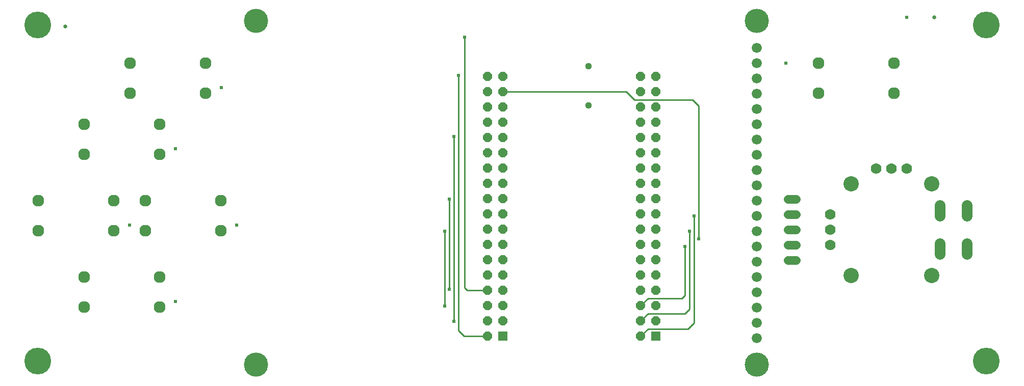
<source format=gbr>
G04 EAGLE Gerber RS-274X export*
G75*
%MOMM*%
%FSLAX34Y34*%
%LPD*%
%INBottom Copper*%
%IPPOS*%
%AMOC8*
5,1,8,0,0,1.08239X$1,22.5*%
G01*
%ADD10C,4.445000*%
%ADD11C,1.960000*%
%ADD12C,1.120000*%
%ADD13R,1.524000X1.524000*%
%ADD14P,1.649562X8X112.500000*%
%ADD15C,1.676400*%
%ADD16C,4.016000*%
%ADD17C,1.422400*%
%ADD18C,1.778000*%
%ADD19C,1.778000*%
%ADD20C,2.540000*%
%ADD21C,0.609600*%
%ADD22C,0.654800*%
%ADD23C,0.254000*%


D10*
X1612900Y596900D03*
X38100Y596900D03*
X1612900Y38100D03*
X38100Y38100D03*
D11*
X164100Y304400D03*
X164100Y254400D03*
X39100Y254400D03*
X39100Y304400D03*
X341900Y304400D03*
X341900Y254400D03*
X216900Y254400D03*
X216900Y304400D03*
X240300Y431400D03*
X240300Y381400D03*
X115300Y381400D03*
X115300Y431400D03*
X191500Y533000D03*
X191500Y483000D03*
X316500Y483000D03*
X316500Y533000D03*
X1334500Y533000D03*
X1334500Y483000D03*
X1459500Y483000D03*
X1459500Y533000D03*
X240300Y177400D03*
X240300Y127400D03*
X115300Y127400D03*
X115300Y177400D03*
D12*
X952500Y527800D03*
X952500Y462800D03*
D13*
X1064520Y79420D03*
D14*
X1039120Y79420D03*
X1064520Y104820D03*
X1039120Y104820D03*
X1064520Y130220D03*
X1039120Y130220D03*
X1064520Y155620D03*
X1039120Y155620D03*
X1064520Y181020D03*
X1039120Y181020D03*
X1064520Y206420D03*
X1039120Y206420D03*
X1064520Y231820D03*
X1039120Y231820D03*
X1064520Y257220D03*
X1039120Y257220D03*
X1064520Y282620D03*
X1039120Y282620D03*
X1064520Y308020D03*
X1039120Y308020D03*
X1064520Y333420D03*
X1039120Y333420D03*
X1064520Y358820D03*
X1039120Y358820D03*
X1064520Y384220D03*
X1039120Y384220D03*
X1064520Y409620D03*
X1039120Y409620D03*
X1064520Y435020D03*
X1039120Y435020D03*
X1064520Y460420D03*
X1039120Y460420D03*
X1064520Y485820D03*
X1039120Y485820D03*
X1064520Y511220D03*
X1039120Y511220D03*
D13*
X810520Y79420D03*
D14*
X785120Y79420D03*
X810520Y104820D03*
X785120Y104820D03*
X810520Y130220D03*
X785120Y130220D03*
X810520Y155620D03*
X785120Y155620D03*
X810520Y181020D03*
X785120Y181020D03*
X810520Y206420D03*
X785120Y206420D03*
X810520Y231820D03*
X785120Y231820D03*
X810520Y257220D03*
X785120Y257220D03*
X810520Y282620D03*
X785120Y282620D03*
X810520Y308020D03*
X785120Y308020D03*
X810520Y333420D03*
X785120Y333420D03*
X810520Y358820D03*
X785120Y358820D03*
X810520Y384220D03*
X785120Y384220D03*
X810520Y409620D03*
X785120Y409620D03*
X810520Y435020D03*
X785120Y435020D03*
X810520Y460420D03*
X785120Y460420D03*
X810520Y485820D03*
X785120Y485820D03*
X810520Y511220D03*
X785120Y511220D03*
D15*
X1231900Y76200D03*
X1231900Y101600D03*
X1231900Y127000D03*
X1231900Y152400D03*
X1231900Y177800D03*
X1231900Y203200D03*
X1231900Y228600D03*
X1231900Y254000D03*
X1231900Y279400D03*
X1231900Y304800D03*
X1231900Y330200D03*
X1231900Y355600D03*
X1231900Y381000D03*
X1231900Y406400D03*
X1231900Y431800D03*
X1231900Y457200D03*
X1231900Y482600D03*
X1231900Y508000D03*
X1231900Y533400D03*
X1231900Y558800D03*
D16*
X1231900Y31750D03*
X1231900Y603250D03*
X400050Y31750D03*
X400050Y603250D03*
D17*
X1283208Y205740D02*
X1297432Y205740D01*
X1297432Y231140D02*
X1283208Y231140D01*
X1283208Y256540D02*
X1297432Y256540D01*
X1297432Y281940D02*
X1283208Y281940D01*
X1283208Y307340D02*
X1297432Y307340D01*
D18*
X1580430Y297180D02*
X1580430Y279400D01*
X1580430Y233680D02*
X1580430Y215900D01*
X1535430Y279400D02*
X1535430Y297180D01*
X1535430Y233680D02*
X1535430Y215900D01*
D19*
X1353820Y281940D03*
X1353820Y256540D03*
X1353820Y231140D03*
D20*
X1522095Y332740D03*
X1388745Y332740D03*
X1388745Y180340D03*
X1522095Y180340D03*
D19*
X1480820Y358140D03*
X1455420Y358140D03*
X1430020Y358140D03*
D21*
X1480820Y609600D03*
D22*
X1526540Y609600D03*
X83820Y594360D03*
D21*
X342900Y492760D03*
X266700Y391160D03*
X190500Y264160D03*
X368300Y264160D03*
X266700Y137160D03*
X1280160Y533400D03*
X713740Y254000D03*
D23*
X713740Y129540D01*
D21*
X713740Y129540D03*
X728980Y411480D03*
D23*
X728980Y104140D01*
D21*
X728980Y104140D03*
X736600Y513080D03*
D23*
X736600Y88900D01*
X746080Y79420D01*
X785120Y79420D01*
X785120Y155620D02*
X751160Y155620D01*
X746760Y160020D01*
X746760Y576580D01*
D21*
X746760Y576580D03*
X721360Y157480D03*
D23*
X721360Y307340D01*
D21*
X721360Y307340D03*
X1112520Y228600D03*
D23*
X1112520Y147320D01*
X1107440Y142240D01*
X1051140Y142240D02*
X1039120Y130220D01*
X1051140Y142240D02*
X1107440Y142240D01*
D21*
X1127760Y279400D03*
D23*
X1127760Y101600D01*
X1117600Y91440D01*
X1051140Y91440D02*
X1039120Y79420D01*
X1051140Y91440D02*
X1117600Y91440D01*
D21*
X1120140Y254000D03*
D23*
X1120140Y124460D01*
X1112520Y116840D01*
X1051140Y116840D02*
X1039120Y104820D01*
X1051140Y116840D02*
X1112520Y116840D01*
X1015320Y485820D02*
X810520Y485820D01*
X1015320Y485820D02*
X1028700Y472440D01*
X1125220Y472440D02*
X1135380Y462280D01*
X1135380Y241300D01*
D21*
X1135380Y241300D03*
D23*
X1125220Y472440D02*
X1028700Y472440D01*
M02*

</source>
